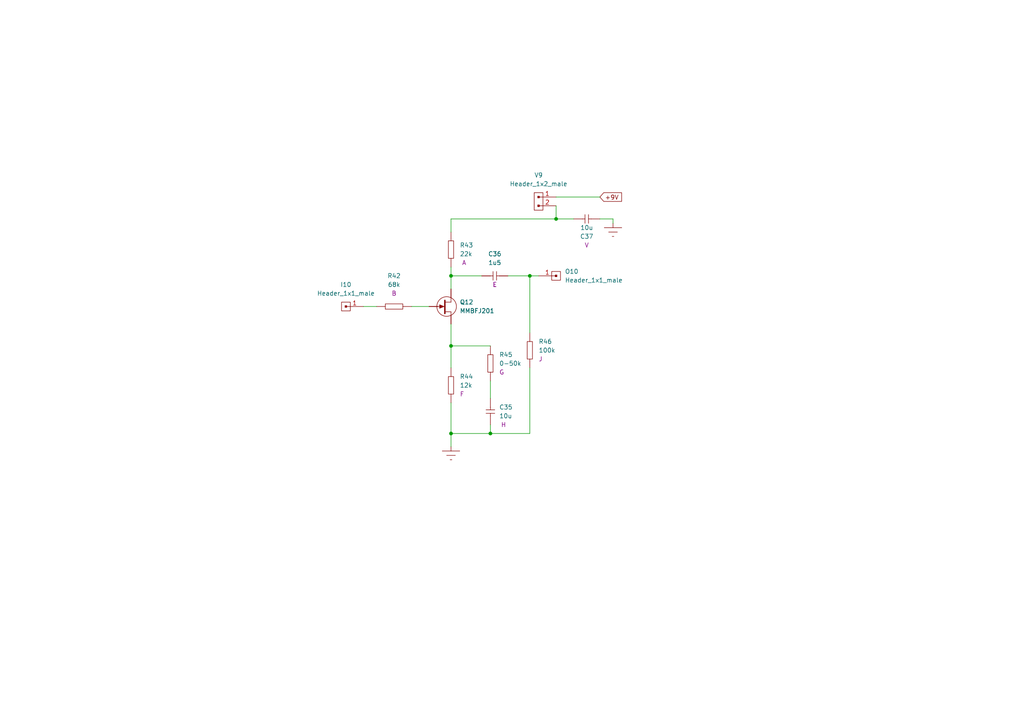
<source format=kicad_sch>
(kicad_sch (version 20211123) (generator eeschema)
  (paper "A4")
  (title_block (title "Alembic stratoblaster") (date "2024-04-26") (rev "1") (company "https://github.com/dvhx/ultimate-soldering-exercise"))
  (lib_symbols
    (symbol "dvhx-kicad-library:C" (pin_numbers hide) (pin_names hide)
      (property "Reference" "C" (at 2.286 1.016 0))
      (property "Value" "C" (at 2.286 -1.27 0))
      (symbol "C_0_1"
        (polyline (pts (xy 0 -0.508) (xy 0 -1.27)))
        (polyline (pts (xy 0 1.27) (xy 0 0.508)))
        (polyline (pts (xy 1.27 -0.508) (xy -1.27 -0.508)))
        (polyline (pts (xy 1.27 0.508) (xy -1.27 0.508)))
      )
      (symbol "C_1_1"
        (pin passive line (at 0 3.81 270) (length 2.54) (name "1") (number "1"))
        (pin passive line (at 0 -3.81 90) (length 2.54) (name "2") (number "2"))
      )
    )
    (symbol "dvhx-kicad-library:GND" (power) (pin_numbers hide) (pin_names hide)
      (symbol "GND_0_1"
        (polyline (pts (xy -2.54 -1.27) (xy 2.54 -1.27)))
        (polyline (pts (xy -1.27 -2.54) (xy 1.27 -2.54)))
        (polyline (pts (xy -0.254 -3.81) (xy 0.254 -3.81)))
      )
      (symbol "GND_1_1"
        (pin power_in line (at 0 0 270) (length 1.27) (name "GND") (number "GND"))
      )
    )
    (symbol "dvhx-kicad-library:Header_1x1_male" (pin_names hide)
      (property "Reference" "J" (at -0.254 2.286 0))
      (property "Value" "Header_1x1_male" (at 0 4.191 0))
      (symbol "Header_1x1_male_0_1"
        (rectangle (start -1.27 1.27) (end 1.27 -1.27))
        (rectangle (start -0.254 0.254) (end 0.254 -0.254) (fill (type outline)))
      )
      (symbol "Header_1x1_male_1_1"
        (pin passive line (at -5.08 0 0) (length 5.08) (name "1") (number "1"))
      )
    )
    (symbol "dvhx-kicad-library:Header_1x2_male" (pin_names hide)
      (property "Reference" "J" (at -0.254 2.286 0))
      (property "Value" "Header_1x2_male" (at 0 4.191 0))
      (symbol "Header_1x2_male_0_1"
        (rectangle (start -1.27 1.27) (end 1.27 -3.81))
        (rectangle (start -0.254 -2.286) (end 0.254 -2.794) (fill (type outline)))
        (rectangle (start -0.254 0.254) (end 0.254 -0.254) (fill (type outline)))
      )
      (symbol "Header_1x2_male_1_1"
        (pin passive line (at -5.08 0 0) (length 5.08) (name "1") (number "1"))
        (pin passive line (at -5.08 -2.54 0) (length 5.08) (name "2") (number "2"))
      )
    )
    (symbol "dvhx-kicad-library:MMBFJ201" (pin_numbers hide) (pin_names hide)
      (property "Reference" "Q" (at 2.54 1.016 0))
      (property "Value" "MMBFJ201" (at 6.858 -1.016 0))
      (symbol "MMBFJ201_0_1"
        (circle (center -1.27 0) (radius 2.8398))
        (polyline (pts (xy -3.81 0) (xy -2.54 0)))
        (polyline (pts (xy -1.778 1.778) (xy -1.778 -2.032)) (stroke (width 0.4)))
        (polyline (pts (xy 0 -1.524) (xy -1.778 -1.524)))
        (polyline (pts (xy 0 -1.524) (xy 0 -2.54)))
        (polyline (pts (xy 0 1.27) (xy -1.778 1.27)))
        (polyline (pts (xy 0 1.27) (xy 0 2.54)))
        (polyline (pts (xy -2.032 0) (xy -3.302 -0.508) (xy -3.302 0.508) (xy -2.032 0)) (fill (type outline)))
      )
      (symbol "MMBFJ201_1_1"
        (pin passive line (at 0 5.08 270) (length 2.54) (name "D") (number "D"))
        (pin input line (at -6.35 0 0) (length 2.54) (name "G") (number "G"))
        (pin passive line (at 0 -5.08 90) (length 2.54) (name "S") (number "S"))
      )
    )
    (symbol "dvhx-kicad-library:R" (pin_numbers hide) (pin_names hide)
      (property "Reference" "R" (at 2.032 1.016 0))
      (property "Value" "R" (at 2.032 -1.016 0))
      (symbol "R_0_1"
        (polyline (pts (xy -0.762 2.54) (xy 0.762 2.54) (xy 0.762 -2.54) (xy -0.762 -2.54) (xy -0.762 2.54)))
      )
      (symbol "R_1_1"
        (pin passive line (at 0 5.08 270) (length 2.54) (name "1") (number "1"))
        (pin passive line (at 0 -5.08 90) (length 2.54) (name "2") (number "2"))
      )
    )
  )
  (junction (at 142.24 125.73))
  (junction (at 130.81 80.01))
  (junction (at 130.81 125.73))
  (junction (at 161.29 63.5))
  (junction (at 130.81 100.33))
  (junction (at 153.67 80.01))
  (wire (pts (xy 130.81 63.5) (xy 161.29 63.5)))
  (wire (pts (xy 177.8 63.5) (xy 177.8 64.77)))
  (wire (pts (xy 130.81 67.31) (xy 130.81 63.5)))
  (wire (pts (xy 142.24 100.33) (xy 130.81 100.33)))
  (wire (pts (xy 173.99 57.15) (xy 161.29 57.15)))
  (wire (pts (xy 161.29 63.5) (xy 166.37 63.5)))
  (wire (pts (xy 161.29 63.5) (xy 161.29 59.69)))
  (wire (pts (xy 142.24 125.73) (xy 142.24 123.19)))
  (wire (pts (xy 130.81 80.01) (xy 139.7 80.01)))
  (wire (pts (xy 153.67 96.52) (xy 153.67 80.01)))
  (wire (pts (xy 130.81 77.47) (xy 130.81 80.01)))
  (wire (pts (xy 119.38 88.9) (xy 124.46 88.9)))
  (wire (pts (xy 130.81 116.84) (xy 130.81 125.73)))
  (wire (pts (xy 130.81 100.33) (xy 130.81 106.68)))
  (wire (pts (xy 153.67 106.68) (xy 153.67 125.73)))
  (wire (pts (xy 130.81 125.73) (xy 142.24 125.73)))
  (wire (pts (xy 105.41 88.9) (xy 109.22 88.9)))
  (wire (pts (xy 147.32 80.01) (xy 153.67 80.01)))
  (wire (pts (xy 153.67 125.73) (xy 142.24 125.73)))
  (wire (pts (xy 130.81 80.01) (xy 130.81 83.82)))
  (wire (pts (xy 142.24 110.49) (xy 142.24 115.57)))
  (wire (pts (xy 130.81 125.73) (xy 130.81 129.54)))
  (wire (pts (xy 130.81 100.33) (xy 130.81 93.98)))
  (wire (pts (xy 173.99 63.5) (xy 177.8 63.5)))
  (wire (pts (xy 153.67 80.01) (xy 156.21 80.01)))
  (global_label "+9V" (shape input) (at 173.99 57.15 0) (property "Intersheet References" "${INTERSHEET_REFS}" (effects hide)))
  (symbol (lib_id "dvhx-kicad-library:GND") (at 177.8 64.77 0) (unit 1)
    (property "Reference" "#GND018" (effects hide))
    (property "Value" "GND" (effects hide))
  )
  (symbol (lib_id "dvhx-kicad-library:C") (at 143.51 80.01 270) (unit 1)
    (property "Reference" "C36" (at 143.51 73.66 90))
    (property "Value" "1u5" (at 143.51 76.2 90))
    (property "Footprint" "dvhx-kicad-library:Capacitor_0805" (effects hide))
    (property "Field4" "E" (at 143.51 82.55 90))
  )
  (symbol (lib_id "dvhx-kicad-library:GND") (at 130.81 129.54 0) (unit 1)
    (property "Reference" "#GND017" (effects hide))
    (property "Value" "GND" (effects hide))
  )
  (symbol (lib_id "dvhx-kicad-library:R") (at 130.81 111.76 180) (unit 1)
    (property "Reference" "R44" (at 133.35 109.2199 0) (effects (justify right)))
    (property "Value" "12k" (at 133.35 111.7599 0) (effects (justify right)))
    (property "Footprint" "dvhx-kicad-library:Resistor_0805" (effects hide))
    (property "Field4" "F" (at 133.35 114.2999 0) (effects (justify right)))
  )
  (symbol (lib_id "dvhx-kicad-library:Header_1x1_male") (at 161.29 80.01 0) (unit 1)
    (property "Reference" "O10" (at 163.83 78.7399 0) (effects (justify left)))
    (property "Value" "Header_1x1_male" (at 163.83 81.2799 0) (effects (justify left)))
    (property "Footprint" "dvhx-kicad-library:Header_1x1_male_upright" (effects hide))
  )
  (symbol (lib_id "dvhx-kicad-library:Header_1x1_male") (at 100.33 88.9 180) (unit 1)
    (property "Reference" "I10" (at 100.33 82.55 0))
    (property "Value" "Header_1x1_male" (at 100.33 85.09 0))
    (property "Footprint" "dvhx-kicad-library:Header_1x1_male_upright" (effects hide))
  )
  (symbol (lib_id "dvhx-kicad-library:Header_1x2_male") (at 156.21 57.15 0) (mirror y) (unit 1)
    (property "Reference" "V9" (at 156.21 50.8 0))
    (property "Value" "Header_1x2_male" (at 156.21 53.34 0))
    (property "Footprint" "dvhx-kicad-library:Header_1x2_male_upright" (effects hide))
  )
  (symbol (lib_id "dvhx-kicad-library:R") (at 114.3 88.9 90) (unit 1)
    (property "Reference" "R42" (at 114.3 80.01 90))
    (property "Value" "68k" (at 114.3 82.55 90))
    (property "Footprint" "dvhx-kicad-library:Resistor_0805" (effects hide))
    (property "Field4" "B" (at 114.3 85.09 90))
  )
  (symbol (lib_id "dvhx-kicad-library:R") (at 130.81 72.39 0) (unit 1)
    (property "Reference" "R43" (at 133.35 71.1199 0) (effects (justify left)))
    (property "Value" "22k" (at 133.35 73.6599 0) (effects (justify left)))
    (property "Footprint" "dvhx-kicad-library:Resistor_0805" (effects hide))
    (property "Field4" "A" (at 134.62 76.2 0))
  )
  (symbol (lib_id "dvhx-kicad-library:R") (at 153.67 101.6 180) (unit 1)
    (property "Reference" "R46" (at 156.21 99.0599 0) (effects (justify right)))
    (property "Value" "100k" (at 156.21 101.5999 0) (effects (justify right)))
    (property "Footprint" "dvhx-kicad-library:Resistor_0805" (effects hide))
    (property "Field4" "J" (at 156.21 104.1399 0) (effects (justify right)))
  )
  (symbol (lib_id "dvhx-kicad-library:MMBFJ201") (at 130.81 88.9 0) (unit 1)
    (property "Reference" "Q12" (at 133.35 87.6299 0) (effects (justify left)))
    (property "Value" "MMBFJ201" (at 133.35 90.1699 0) (effects (justify left)))
    (property "Footprint" "dvhx-kicad-library:SOT23-DSG" (effects hide))
  )
  (symbol (lib_id "dvhx-kicad-library:R") (at 142.24 105.41 180) (unit 1)
    (property "Reference" "R45" (at 144.78 102.8699 0) (effects (justify right)))
    (property "Value" "0-50k" (at 144.78 105.4099 0) (effects (justify right)))
    (property "Footprint" "dvhx-kicad-library:Resistor_0805" (effects hide))
    (property "Field4" "G" (at 144.78 107.9499 0) (effects (justify right)))
  )
  (symbol (lib_id "dvhx-kicad-library:C") (at 170.18 63.5 270) (unit 1)
    (property "Reference" "C37" (at 170.18 68.58 90))
    (property "Value" "10u" (at 170.18 66.04 90))
    (property "Footprint" "dvhx-kicad-library:Capacitor_0805" (effects hide))
    (property "Field4" "V" (at 170.18 71.12 90))
  )
  (symbol (lib_id "dvhx-kicad-library:C") (at 142.24 119.38 180) (unit 1)
    (property "Reference" "C35" (at 144.78 118.1099 0) (effects (justify right)))
    (property "Value" "10u" (at 144.78 120.6499 0) (effects (justify right)))
    (property "Footprint" "dvhx-kicad-library:Capacitor_0805" (effects hide))
    (property "Field4" "H" (at 146.05 123.19 0))
  )
)
</source>
